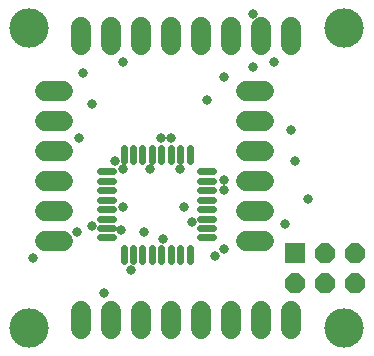
<source format=gts>
G75*
%MOIN*%
%OFA0B0*%
%FSLAX24Y24*%
%IPPOS*%
%LPD*%
%AMOC8*
5,1,8,0,0,1.08239X$1,22.5*
%
%ADD10C,0.1310*%
%ADD11C,0.0220*%
%ADD12OC8,0.0660*%
%ADD13R,0.0660X0.0660*%
%ADD14C,0.0660*%
%ADD15C,0.0651*%
%ADD16C,0.0330*%
D10*
X001284Y001450D03*
X001284Y011450D03*
X011784Y011450D03*
X011784Y001450D03*
D11*
X007440Y004465D02*
X007010Y004465D01*
X007010Y004780D02*
X007440Y004780D01*
X007440Y005095D02*
X007010Y005095D01*
X007010Y005410D02*
X007440Y005410D01*
X007440Y005725D02*
X007010Y005725D01*
X007010Y006040D02*
X007440Y006040D01*
X007440Y006355D02*
X007010Y006355D01*
X007010Y006670D02*
X007440Y006670D01*
X006654Y007026D02*
X006654Y007456D01*
X006339Y007456D02*
X006339Y007026D01*
X006025Y007026D02*
X006025Y007456D01*
X005710Y007456D02*
X005710Y007026D01*
X005395Y007026D02*
X005395Y007456D01*
X005080Y007456D02*
X005080Y007026D01*
X004765Y007026D02*
X004765Y007456D01*
X004450Y007456D02*
X004450Y007026D01*
X004094Y006670D02*
X003664Y006670D01*
X003664Y006355D02*
X004094Y006355D01*
X004094Y006040D02*
X003664Y006040D01*
X003664Y005725D02*
X004094Y005725D01*
X004094Y005410D02*
X003664Y005410D01*
X003664Y005095D02*
X004094Y005095D01*
X004094Y004780D02*
X003664Y004780D01*
X003664Y004465D02*
X004094Y004465D01*
X004450Y004109D02*
X004450Y003679D01*
X004765Y003679D02*
X004765Y004109D01*
X005080Y004109D02*
X005080Y003679D01*
X005395Y003679D02*
X005395Y004109D01*
X005710Y004109D02*
X005710Y003679D01*
X006025Y003679D02*
X006025Y004109D01*
X006339Y004109D02*
X006339Y003679D01*
X006654Y003679D02*
X006654Y004109D01*
D12*
X010154Y002940D03*
X011154Y002940D03*
X012154Y002940D03*
X012154Y003940D03*
X011154Y003940D03*
D13*
X010154Y003940D03*
D14*
X009134Y004340D02*
X008534Y004340D01*
X008534Y005340D02*
X009134Y005340D01*
X009134Y006340D02*
X008534Y006340D01*
X008534Y007340D02*
X009134Y007340D01*
X009134Y008340D02*
X008534Y008340D01*
X008534Y009340D02*
X009134Y009340D01*
X002434Y009340D02*
X001834Y009340D01*
X001834Y008340D02*
X002434Y008340D01*
X002434Y007340D02*
X001834Y007340D01*
X001834Y006340D02*
X002434Y006340D01*
X002434Y005340D02*
X001834Y005340D01*
X001834Y004340D02*
X002434Y004340D01*
D15*
X003034Y002015D02*
X003034Y001425D01*
X004034Y001425D02*
X004034Y002015D01*
X005034Y002015D02*
X005034Y001425D01*
X006034Y001425D02*
X006034Y002015D01*
X007034Y002015D02*
X007034Y001425D01*
X008034Y001425D02*
X008034Y002015D01*
X009034Y002015D02*
X009034Y001425D01*
X010034Y001425D02*
X010034Y002015D01*
X010034Y010875D02*
X010034Y011465D01*
X009034Y011465D02*
X009034Y010875D01*
X008034Y010875D02*
X008034Y011465D01*
X007034Y011465D02*
X007034Y010875D01*
X006034Y010875D02*
X006034Y011465D01*
X005034Y011465D02*
X005034Y010875D01*
X004034Y010875D02*
X004034Y011465D01*
X003034Y011465D02*
X003034Y010875D01*
D16*
X003104Y009950D03*
X003384Y008900D03*
X002964Y007780D03*
X004154Y007010D03*
X004434Y006730D03*
X005344Y006730D03*
X006324Y006730D03*
X006044Y007780D03*
X005694Y007780D03*
X007234Y009040D03*
X007794Y009810D03*
X008774Y010160D03*
X009474Y010300D03*
X008774Y011910D03*
X010034Y008060D03*
X010174Y007010D03*
X010594Y005750D03*
X009824Y004910D03*
X007794Y004070D03*
X007514Y003860D03*
X006744Y004980D03*
X006464Y005470D03*
X005764Y004420D03*
X005134Y004630D03*
X004364Y004700D03*
X004434Y005470D03*
X003384Y004840D03*
X002894Y004630D03*
X001424Y003790D03*
X003804Y002600D03*
X004714Y003370D03*
X007794Y006030D03*
X007794Y006380D03*
X004434Y010300D03*
M02*

</source>
